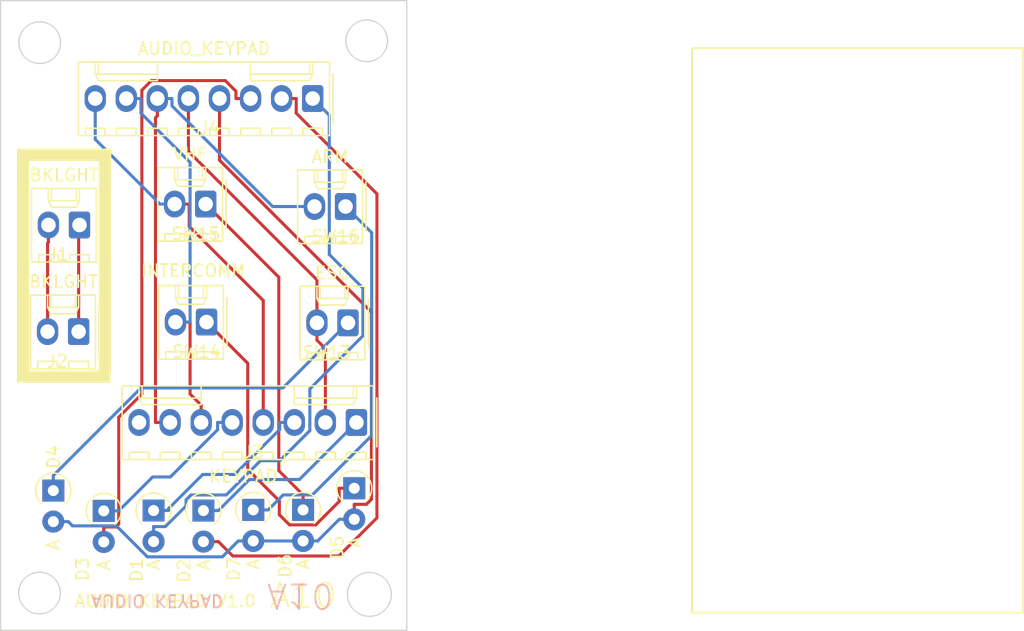
<source format=kicad_pcb>
(kicad_pcb (version 20221018) (generator pcbnew)
  (layers (0 "F.Cu" signal) (31 "B.Cu" signal) (34 "B.Paste" user) (35 "F.Paste" user) (36 "B.SilkS" user "B.Silkscreen") (37 "F.SilkS" user "F.Silkscreen") (38 "B.Mask" user) (39 "F.Mask" user) (44 "Edge.Cuts" user))
  (net 0 "")
  (net 1 "/COL0_POSTDIODE")
  (net 2 "/COL0")
  (net 3 "/COL1_POSTDIODE")
  (net 4 "/COL1")
  (net 5 "Net-(D4-K)")
  (net 6 "/COL2_POSTDIODE")
  (net 7 "/COL2")
  (net 8 "/COL3")
  (net 9 "/ROW0")
  (net 10 "/ROW1")
  (net 11 "/ROW2")
  (net 12 "/ROW3")
  (net 13 "Net-(D5-K)")
  (net 14 "Net-(D6-K)")
  (net 15 "Net-(D7-K)")
  (net 16 "Net-(J1-Pin_1)")
  (net 17 "Net-(J1-Pin_2)")
  (footprint "Connector_Molex:Molex_KK-254_AE-6410-02A_1x02_P2.54mm_Vertical" (layer "F.Cu") (at 126.16 85.45 180)
    (fp_text reference "SW13" (at 1.74 -2.43) (layer "F.SilkS"))
    (fp_text value "ESC" (at 1.27 4.08) (layer "F.SilkS"))
    (fp_line (start -1.67 -2) (end -1.67 2) (stroke (width 0.12)) (layer "F.SilkS"))
    (fp_line (start -1.38 -3.03) (end -1.38 2.99) (stroke (width 0.12)) (layer "F.SilkS"))
    (fp_line (start -1.38 2.99) (end 3.92 2.99) (stroke (width 0.12)) (layer "F.SilkS"))
    (fp_line (start -0.8 -3.03) (end -0.8 -2.43) (stroke (width 0.12)) (layer "F.SilkS"))
    (fp_line (start -0.8 -2.43) (end 0.8 -2.43) (stroke (width 0.12)) (layer "F.SilkS"))
    (fp_line (start 0 1.99) (end 0.25 1.46) (stroke (width 0.12)) (layer "F.SilkS"))
    (fp_line (start 0 1.99) (end 2.54 1.99) (stroke (width 0.12)) (layer "F.SilkS"))
    (fp_line (start 0 2.99) (end 0 1.99) (stroke (width 0.12)) (layer "F.SilkS"))
    (fp_line (start 0.25 1.46) (end 2.29 1.46) (stroke (width 0.12)) (layer "F.SilkS"))
    (fp_line (start 0.25 2.99) (end 0.25 1.99) (stroke (width 0.12)) (layer "F.SilkS"))
    (fp_line (start 0.8 -2.43) (end 0.8 -3.03) (stroke (width 0.12)) (layer "F.SilkS"))
    (fp_line (start 1.74 -3.03) (end 1.74 -2.43) (stroke (width 0.12)) (layer "F.SilkS"))
    (fp_line (start 1.74 -2.43) (end 3.34 -2.43) (stroke (width 0.12)) (layer "F.SilkS"))
    (fp_line (start 2.29 1.46) (end 2.54 1.99) (stroke (width 0.12)) (layer "F.SilkS"))
    (fp_line (start 2.29 2.99) (end 2.29 1.99) (stroke (width 0.12)) (layer "F.SilkS"))
    (fp_line (start 2.54 1.99) (end 2.54 2.99) (stroke (width 0.12)) (layer "F.SilkS"))
    (fp_line (start 3.34 -2.43) (end 3.34 -3.03) (stroke (width 0.12)) (layer "F.SilkS"))
    (fp_line (start 3.92 -3.03) (end -1.38 -3.03) (stroke (width 0.12)) (layer "F.SilkS"))
    (fp_line (start 3.92 2.99) (end 3.92 -3.03) (stroke (width 0.12)) (layer "F.SilkS"))
    (pad "1" thru_hole roundrect (at 0 0 180) (size 1.74 2.19) (drill 1.19) (layers "*.Cu" "*.Mask") (roundrect_rratio 0.1436781609) (net 5 "Net-(D4-K)"))
    (pad "2" thru_hole oval (at 2.54 0 180) (size 1.74 2.19) (drill 1.19) (layers "*.Cu" "*.Mask") (net 9 "/ROW0"))
  )
  (footprint "Diode_THT:D_A-405_P2.54mm_Vertical_AnodeUp" (layer "F.Cu") (at 122.485 100.75 -90)
    (fp_text reference "D6" (at 4.58 1.46 90) (layer "F.SilkS"))
    (fp_text value "D")
    (fp_text user "A" (at 4.44 0 90) (layer "F.SilkS"))
    (fp_arc (start 1.05385 0.968866) (mid -1.430816 -0.045469) (end 1.113239 -0.9) (stroke (width 0.12)) (layer "F.SilkS"))
    (pad "1" thru_hole rect (at 0 0 270) (size 1.8 1.8) (drill 0.9) (layers "*.Cu" "*.Mask") (net 14 "Net-(D6-K)"))
    (pad "2" thru_hole oval (at 2.54 0 270) (size 1.8 1.8) (drill 0.9) (layers "*.Cu" "*.Mask") (net 8 "/COL3"))
  )
  (footprint "Diode_THT:D_A-405_P2.54mm_Vertical_AnodeUp" (layer "F.Cu") (at 126.67 98.98 -90)
    (fp_text reference "D5" (at 4.85 1.39 90) (layer "F.SilkS"))
    (fp_text value "D")
    (fp_text user "A" (at 4.44 0 90) (layer "F.SilkS"))
    (fp_arc (start 1.05385 0.968866) (mid -1.430816 -0.045469) (end 1.113239 -0.9) (stroke (width 0.12)) (layer "F.SilkS"))
    (pad "1" thru_hole rect (at 0 0 270) (size 1.8 1.8) (drill 0.9) (layers "*.Cu" "*.Mask") (net 13 "Net-(D5-K)"))
    (pad "2" thru_hole oval (at 2.54 0 270) (size 1.8 1.8) (drill 0.9) (layers "*.Cu" "*.Mask") (net 8 "/COL3"))
  )
  (footprint "Connector_Molex:Molex_KK-254_AE-6410-02A_1x02_P2.54mm_Vertical" (layer "F.Cu") (at 114.59 85.39 180)
    (fp_text reference "SW14" (at 0.8 -2.43) (layer "F.SilkS"))
    (fp_text value "INTERCOMM" (at 1.1 4.2) (layer "F.SilkS"))
    (fp_line (start -1.67 -2) (end -1.67 2) (stroke (width 0.12)) (layer "F.SilkS"))
    (fp_line (start -1.38 -3.03) (end -1.38 2.99) (stroke (width 0.12)) (layer "F.SilkS"))
    (fp_line (start -1.38 2.99) (end 3.92 2.99) (stroke (width 0.12)) (layer "F.SilkS"))
    (fp_line (start -0.8 -3.03) (end -0.8 -2.43) (stroke (width 0.12)) (layer "F.SilkS"))
    (fp_line (start -0.8 -2.43) (end 0.8 -2.43) (stroke (width 0.12)) (layer "F.SilkS"))
    (fp_line (start 0 1.99) (end 0.25 1.46) (stroke (width 0.12)) (layer "F.SilkS"))
    (fp_line (start 0 1.99) (end 2.54 1.99) (stroke (width 0.12)) (layer "F.SilkS"))
    (fp_line (start 0 2.99) (end 0 1.99) (stroke (width 0.12)) (layer "F.SilkS"))
    (fp_line (start 0.25 1.46) (end 2.29 1.46) (stroke (width 0.12)) (layer "F.SilkS"))
    (fp_line (start 0.25 2.99) (end 0.25 1.99) (stroke (width 0.12)) (layer "F.SilkS"))
    (fp_line (start 0.8 -2.43) (end 0.8 -3.03) (stroke (width 0.12)) (layer "F.SilkS"))
    (fp_line (start 1.74 -3.03) (end 1.74 -2.43) (stroke (width 0.12)) (layer "F.SilkS"))
    (fp_line (start 1.74 -2.43) (end 3.34 -2.43) (stroke (width 0.12)) (layer "F.SilkS"))
    (fp_line (start 2.29 1.46) (end 2.54 1.99) (stroke (width 0.12)) (layer "F.SilkS"))
    (fp_line (start 2.29 2.99) (end 2.29 1.99) (stroke (width 0.12)) (layer "F.SilkS"))
    (fp_line (start 2.54 1.99) (end 2.54 2.99) (stroke (width 0.12)) (layer "F.SilkS"))
    (fp_line (start 3.34 -2.43) (end 3.34 -3.03) (stroke (width 0.12)) (layer "F.SilkS"))
    (fp_line (start 3.92 -3.03) (end -1.38 -3.03) (stroke (width 0.12)) (layer "F.SilkS"))
    (fp_line (start 3.92 2.99) (end 3.92 -3.03) (stroke (width 0.12)) (layer "F.SilkS"))
    (pad "1" thru_hole roundrect (at 0 0 180) (size 1.74 2.19) (drill 1.19) (layers "*.Cu" "*.Mask") (roundrect_rratio 0.1436781609) (net 13 "Net-(D5-K)"))
    (pad "2" thru_hole oval (at 2.54 0 180) (size 1.74 2.19) (drill 1.19) (layers "*.Cu" "*.Mask") (net 11 "/ROW2"))
  )
  (footprint "Diode_THT:D_A-405_P2.54mm_Vertical_AnodeUp" (layer "F.Cu") (at 102.06 99.17 -90)
    (fp_text reference "D4" (at -2.745 -0.02 90) (layer "F.SilkS"))
    (fp_text value "D")
    (fp_text user "A" (at 4.44 0 90) (layer "F.SilkS"))
    (fp_arc (start 1.05385 0.968866) (mid -1.430816 -0.045469) (end 1.113239 -0.9) (stroke (width 0.12)) (layer "F.SilkS"))
    (pad "1" thru_hole rect (at 0 0 270) (size 1.8 1.8) (drill 0.9) (layers "*.Cu" "*.Mask") (net 5 "Net-(D4-K)"))
    (pad "2" thru_hole oval (at 2.54 0 270) (size 1.8 1.8) (drill 0.9) (layers "*.Cu" "*.Mask") (net 8 "/COL3"))
  )
  (footprint "Connector_Molex:Molex_KK-254_AE-6410-02A_1x02_P2.54mm_Vertical" (layer "F.Cu") (at 104.13 86.17 180)
    (fp_text reference "J2" (at 1.74 -2.43) (layer "F.SilkS"))
    (fp_text value "BKLGHT" (at 1.27 4.08) (layer "F.SilkS"))
    (fp_line (start -1.67 -2) (end -1.67 2) (stroke (width 0.12)) (layer "F.SilkS"))
    (fp_line (start -1.38 -3.03) (end -1.38 2.99) (stroke (width 0.12)) (layer "F.SilkS"))
    (fp_line (start -1.38 2.99) (end 3.92 2.99) (stroke (width 0.12)) (layer "F.SilkS"))
    (fp_line (start -0.8 -3.03) (end -0.8 -2.43) (stroke (width 0.12)) (layer "F.SilkS"))
    (fp_line (start -0.8 -2.43) (end 0.8 -2.43) (stroke (width 0.12)) (layer "F.SilkS"))
    (fp_line (start 0 1.99) (end 0.25 1.46) (stroke (width 0.12)) (layer "F.SilkS"))
    (fp_line (start 0 1.99) (end 2.54 1.99) (stroke (width 0.12)) (layer "F.SilkS"))
    (fp_line (start 0 2.99) (end 0 1.99) (stroke (width 0.12)) (layer "F.SilkS"))
    (fp_line (start 0.25 1.46) (end 2.29 1.46) (stroke (width 0.12)) (layer "F.SilkS"))
    (fp_line (start 0.25 2.99) (end 0.25 1.99) (stroke (width 0.12)) (layer "F.SilkS"))
    (fp_line (start 0.8 -2.43) (end 0.8 -3.03) (stroke (width 0.12)) (layer "F.SilkS"))
    (fp_line (start 1.74 -3.03) (end 1.74 -2.43) (stroke (width 0.12)) (layer "F.SilkS"))
    (fp_line (start 1.74 -2.43) (end 3.34 -2.43) (stroke (width 0.12)) (layer "F.SilkS"))
    (fp_line (start 2.29 1.46) (end 2.54 1.99) (stroke (width 0.12)) (layer "F.SilkS"))
    (fp_line (start 2.29 2.99) (end 2.29 1.99) (stroke (width 0.12)) (layer "F.SilkS"))
    (fp_line (start 2.54 1.99) (end 2.54 2.99) (stroke (width 0.12)) (layer "F.SilkS"))
    (fp_line (start 3.34 -2.43) (end 3.34 -3.03) (stroke (width 0.12)) (layer "F.SilkS"))
    (fp_line (start 3.92 -3.03) (end -1.38 -3.03) (stroke (width 0.12)) (layer "F.SilkS"))
    (fp_line (start 3.92 2.99) (end 3.92 -3.03) (stroke (width 0.12)) (layer "F.SilkS"))
    (pad "1" thru_hole roundrect (at 0 0 180) (size 1.74 2.19) (drill 1.19) (layers "*.Cu" "*.Mask") (roundrect_rratio 0.1436781609) (net 16 "Net-(J1-Pin_1)"))
    (pad "2" thru_hole oval (at 2.54 0 180) (size 1.74 2.19) (drill 1.19) (layers "*.Cu" "*.Mask") (net 17 "Net-(J1-Pin_2)"))
  )
  (footprint "Connector_Molex:Molex_KK-254_AE-6410-02A_1x02_P2.54mm_Vertical" (layer "F.Cu") (at 125.96 75.94 180)
    (fp_text reference "SW16" (at 0.8 -2.43) (layer "F.SilkS"))
    (fp_text value "ARM" (at 1.27 4.08) (layer "F.SilkS"))
    (fp_line (start -1.67 -2) (end -1.67 2) (stroke (width 0.12)) (layer "F.SilkS"))
    (fp_line (start -1.38 -3.03) (end -1.38 2.99) (stroke (width 0.12)) (layer "F.SilkS"))
    (fp_line (start -1.38 2.99) (end 3.92 2.99) (stroke (width 0.12)) (layer "F.SilkS"))
    (fp_line (start -0.8 -3.03) (end -0.8 -2.43) (stroke (width 0.12)) (layer "F.SilkS"))
    (fp_line (start -0.8 -2.43) (end 0.8 -2.43) (stroke (width 0.12)) (layer "F.SilkS"))
    (fp_line (start 0 1.99) (end 0.25 1.46) (stroke (width 0.12)) (layer "F.SilkS"))
    (fp_line (start 0 1.99) (end 2.54 1.99) (stroke (width 0.12)) (layer "F.SilkS"))
    (fp_line (start 0 2.99) (end 0 1.99) (stroke (width 0.12)) (layer "F.SilkS"))
    (fp_line (start 0.25 1.46) (end 2.29 1.46) (stroke (width 0.12)) (layer "F.SilkS"))
    (fp_line (start 0.25 2.99) (end 0.25 1.99) (stroke (width 0.12)) (layer "F.SilkS"))
    (fp_line (start 0.8 -2.43) (end 0.8 -3.03) (stroke (width 0.12)) (layer "F.SilkS"))
    (fp_line (start 1.74 -3.03) (end 1.74 -2.43) (stroke (width 0.12)) (layer "F.SilkS"))
    (fp_line (start 1.74 -2.43) (end 3.34 -2.43) (stroke (width 0.12)) (layer "F.SilkS"))
    (fp_line (start 2.29 1.46) (end 2.54 1.99) (stroke (width 0.12)) (layer "F.SilkS"))
    (fp_line (start 2.29 2.99) (end 2.29 1.99) (stroke (width 0.12)) (layer "F.SilkS"))
    (fp_line (start 2.54 1.99) (end 2.54 2.99) (stroke (width 0.12)) (layer "F.SilkS"))
    (fp_line (start 3.34 -2.43) (end 3.34 -3.03) (stroke (width 0.12)) (layer "F.SilkS"))
    (fp_line (start 3.92 -3.03) (end -1.38 -3.03) (stroke (width 0.12)) (layer "F.SilkS"))
    (fp_line (start 3.92 2.99) (end 3.92 -3.03) (stroke (width 0.12)) (layer "F.SilkS"))
    (pad "1" thru_hole roundrect (at 0 0 180) (size 1.74 2.19) (drill 1.19) (layers "*.Cu" "*.Mask") (roundrect_rratio 0.1436781609) (net 15 "Net-(D7-K)"))
    (pad "2" thru_hole oval (at 2.54 0 180) (size 1.74 2.19) (drill 1.19) (layers "*.Cu" "*.Mask") (net 10 "/ROW1"))
  )
  (footprint "Connector_Molex:Molex_KK-254_AE-6410-08A_1x08_P2.54mm_Vertical" (layer "F.Cu") (at 126.85 93.6 180)
    (fp_text reference "J3" (at 8.42 -2.43 180) (layer "F.SilkS"))
    (fp_text value "KEYPAD" (at 9.26 -4.41 180) (layer "F.SilkS"))
    (fp_line (start -1.67 -2) (end -1.67 2) (stroke (width 0.12)) (layer "F.SilkS"))
    (fp_line (start -1.38 -3.03) (end -1.38 2.99) (stroke (width 0.12)) (layer "F.SilkS"))
    (fp_line (start -1.38 2.99) (end 19.16 2.99) (stroke (width 0.12)) (layer "F.SilkS"))
    (fp_line (start -0.8 -3.03) (end -0.8 -2.43) (stroke (width 0.12)) (layer "F.SilkS"))
    (fp_line (start -0.8 -2.43) (end 0.8 -2.43) (stroke (width 0.12)) (layer "F.SilkS"))
    (fp_line (start 0 1.99) (end 0.25 1.46) (stroke (width 0.12)) (layer "F.SilkS"))
    (fp_line (start 0 1.99) (end 5.08 1.99) (stroke (width 0.12)) (layer "F.SilkS"))
    (fp_line (start 0 2.99) (end 0 1.99) (stroke (width 0.12)) (layer "F.SilkS"))
    (fp_line (start 0.25 1.46) (end 5.08 1.46) (stroke (width 0.12)) (layer "F.SilkS"))
    (fp_line (start 0.25 2.99) (end 0.25 1.99) (stroke (width 0.12)) (layer "F.SilkS"))
    (fp_line (start 0.8 -2.43) (end 0.8 -3.03) (stroke (width 0.12)) (layer "F.SilkS"))
    (fp_line (start 1.74 -3.03) (end 1.74 -2.43) (stroke (width 0.12)) (layer "F.SilkS"))
    (fp_line (start 1.74 -2.43) (end 3.34 -2.43) (stroke (width 0.12)) (layer "F.SilkS"))
    (fp_line (start 3.34 -2.43) (end 3.34 -3.03) (stroke (width 0.12)) (layer "F.SilkS"))
    (fp_line (start 4.28 -3.03) (end 4.28 -2.43) (stroke (width 0.12)) (layer "F.SilkS"))
    (fp_line (start 4.28 -2.43) (end 5.88 -2.43) (stroke (width 0.12)) (layer "F.SilkS"))
    (fp_line (start 5.08 1.46) (end 5.08 1.99) (stroke (width 0.12)) (layer "F.SilkS"))
    (fp_line (start 5.08 1.99) (end 5.08 2.99) (stroke (width 0.12)) (layer "F.SilkS"))
    (fp_line (start 5.88 -2.43) (end 5.88 -3.03) (stroke (width 0.12)) (layer "F.SilkS"))
    (fp_line (start 6.82 -3.03) (end 6.82 -2.43) (stroke (width 0.12)) (layer "F.SilkS"))
    (fp_line (start 6.82 -2.43) (end 8.42 -2.43) (stroke (width 0.12)) (layer "F.SilkS"))
    (fp_line (start 8.42 -2.43) (end 8.42 -3.03) (stroke (width 0.12)) (layer "F.SilkS"))
    (fp_line (start 9.36 -3.03) (end 9.36 -2.43) (stroke (width 0.12)) (layer "F.SilkS"))
    (fp_line (start 9.36 -2.43) (end 10.96 -2.43) (stroke (width 0.12)) (layer "F.SilkS"))
    (fp_line (start 10.96 -2.43) (end 10.96 -3.03) (stroke (width 0.12)) (layer "F.SilkS"))
    (fp_line (start 11.9 -3.03) (end 11.9 -2.43) (stroke (width 0.12)) (layer "F.SilkS"))
    (fp_line (start 11.9 -2.43) (end 13.5 -2.43) (stroke (width 0.12)) (layer "F.SilkS"))
    (fp_line (start 12.7 1.46) (end 12.7 1.99) (stroke (width 0.12)) (layer "F.SilkS"))
    (fp_line (start 12.7 1.99) (end 12.7 2.99) (stroke (width 0.12)) (layer "F.SilkS"))
    (fp_line (start 13.5 -2.43) (end 13.5 -3.03) (stroke (width 0.12)) (layer "F.SilkS"))
    (fp_line (start 14.44 -3.03) (end 14.44 -2.43) (stroke (width 0.12)) (layer "F.SilkS"))
    (fp_line (start 14.44 -2.43) (end 16.04 -2.43) (stroke (width 0.12)) (layer "F.SilkS"))
    (fp_line (start 16.04 -2.43) (end 16.04 -3.03) (stroke (width 0.12)) (layer "F.SilkS"))
    (fp_line (start 16.98 -3.03) (end 16.98 -2.43) (stroke (width 0.12)) (layer "F.SilkS"))
    (fp_line (start 16.98 -2.43) (end 18.58 -2.43) (stroke (width 0.12)) (layer "F.SilkS"))
    (fp_line (start 17.53 1.46) (end 12.7 1.46) (stroke (width 0.12)) (layer "F.SilkS"))
    (fp_line (start 17.53 2.99) (end 17.53 1.99) (stroke (width 0.12)) (layer "F.SilkS"))
    (fp_line (start 17.78 1.99) (end 12.7 1.99) (stroke (width 0.12)) (layer "F.SilkS"))
    (fp_line (start 17.78 1.99) (end 17.53 1.46) (stroke (width 0.12)) (layer "F.SilkS"))
    (fp_line (start 17.78 2.99) (end 17.78 1.99) (stroke (width 0.12)) (layer "F.SilkS"))
    (fp_line (start 18.58 -2.43) (end 18.58 -3.03) (stroke (width 0.12)) (layer "F.SilkS"))
    (fp_line (start 19.16 -3.03) (end -1.38 -3.03) (stroke (width 0.12)) (layer "F.SilkS"))
    (fp_line (start 19.16 2.99) (end 19.16 -3.03) (stroke (width 0.12)) (layer "F.SilkS"))
    (pad "1" thru_hole roundrect (at 0 0 180) (size 1.74 2.19) (drill 1.19) (layers "*.Cu" "*.Mask") (roundrect_rratio 0.1436781609) (net 3 "/COL1_POSTDIODE"))
    (pad "2" thru_hole oval (at 2.54 0 180) (size 1.74 2.19) (drill 1.19) (layers "*.Cu" "*.Mask") (net 9 "/ROW0"))
    (pad "3" thru_hole oval (at 5.08 0 180) (size 1.74 2.19) (drill 1.19) (layers "*.Cu" "*.Mask") (net 1 "/COL0_POSTDIODE"))
    (pad "4" thru_hole oval (at 7.62 0 180) (size 1.74 2.19) (drill 1.19) (layers "*.Cu" "*.Mask") (net 12 "/ROW3"))
    (pad "5" thru_hole oval (at 10.16 0 180) (size 1.74 2.19) (drill 1.19) (layers "*.Cu" "*.Mask") (net 6 "/COL2_POSTDIODE"))
    (pad "6" thru_hole oval (at 12.7 0 180) (size 1.74 2.19) (drill 1.19) (layers "*.Cu" "*.Mask") (net 11 "/ROW2"))
    (pad "7" thru_hole oval (at 15.24 0 180) (size 1.74 2.19) (drill 1.19) (layers "*.Cu" "*.Mask") (net 10 "/ROW1"))
    (pad "8" thru_hole oval (at 17.78 0 180) (size 1.74 2.19) (drill 1.19) (layers "*.Cu" "*.Mask"))
  )
  (footprint "Diode_THT:D_A-405_P2.54mm_Vertical_AnodeUp" (layer "F.Cu") (at 114.335 100.805 -90)
    (fp_text reference "D2" (at 4.925 1.59 90) (layer "F.SilkS"))
    (fp_text value "D")
    (fp_text user "A" (at 4.44 0 90) (layer "F.SilkS"))
    (fp_arc (start 1.05385 0.968866) (mid -1.430816 -0.045469) (end 1.113239 -0.9) (stroke (width 0.12)) (layer "F.SilkS"))
    (pad "1" thru_hole rect (at 0 0 270) (size 1.8 1.8) (drill 0.9) (layers "*.Cu" "*.Mask") (net 3 "/COL1_POSTDIODE"))
    (pad "2" thru_hole oval (at 2.54 0 270) (size 1.8 1.8) (drill 0.9) (layers "*.Cu" "*.Mask") (net 4 "/COL1"))
  )
  (footprint "Connector_Molex:Molex_KK-254_AE-6410-02A_1x02_P2.54mm_Vertical" (layer "F.Cu") (at 114.52 75.74 180)
    (fp_text reference "SW15" (at 0.8 -2.43) (layer "F.SilkS"))
    (fp_text value "VHF" (at 1.27 4.08) (layer "F.SilkS"))
    (fp_line (start -1.67 -2) (end -1.67 2) (stroke (width 0.12)) (layer "F.SilkS"))
    (fp_line (start -1.38 -3.03) (end -1.38 2.99) (stroke (width 0.12)) (layer "F.SilkS"))
    (fp_line (start -1.38 2.99) (end 3.92 2.99) (stroke (width 0.12)) (layer "F.SilkS"))
    (fp_line (start -0.8 -3.03) (end -0.8 -2.43) (stroke (width 0.12)) (layer "F.SilkS"))
    (fp_line (start -0.8 -2.43) (end 0.8 -2.43) (stroke (width 0.12)) (layer "F.SilkS"))
    (fp_line (start 0 1.99) (end 0.25 1.46) (stroke (width 0.12)) (layer "F.SilkS"))
    (fp_line (start 0 1.99) (end 2.54 1.99) (stroke (width 0.12)) (layer "F.SilkS"))
    (fp_line (start 0 2.99) (end 0 1.99) (stroke (width 0.12)) (layer "F.SilkS"))
    (fp_line (start 0.25 1.46) (end 2.29 1.46) (stroke (width 0.12)) (layer "F.SilkS"))
    (fp_line (start 0.25 2.99) (end 0.25 1.99) (stroke (width 0.12)) (layer "F.SilkS"))
    (fp_line (start 0.8 -2.43) (end 0.8 -3.03) (stroke (width 0.12)) (layer "F.SilkS"))
    (fp_line (start 1.74 -3.03) (end 1.74 -2.43) (stroke (width 0.12)) (layer "F.SilkS"))
    (fp_line (start 1.74 -2.43) (end 3.34 -2.43) (stroke (width 0.12)) (layer "F.SilkS"))
    (fp_line (start 2.29 1.46) (end 2.54 1.99) (stroke (width 0.12)) (layer "F.SilkS"))
    (fp_line (start 2.29 2.99) (end 2.29 1.99) (stroke (width 0.12)) (layer "F.SilkS"))
    (fp_line (start 2.54 1.99) (end 2.54 2.99) (stroke (width 0.12)) (layer "F.SilkS"))
    (fp_line (start 3.34 -2.43) (end 3.34 -3.03) (stroke (width 0.12)) (layer "F.SilkS"))
    (fp_line (start 3.92 -3.03) (end -1.38 -3.03) (stroke (width 0.12)) (layer "F.SilkS"))
    (fp_line (start 3.92 2.99) (end 3.92 -3.03) (stroke (width 0.12)) (layer "F.SilkS"))
    (pad "1" thru_hole roundrect (at 0 0 180) (size 1.74 2.19) (drill 1.19) (layers "*.Cu" "*.Mask") (roundrect_rratio 0.1436781609) (net 14 "Net-(D6-K)"))
    (pad "2" thru_hole oval (at 2.54 0 180) (size 1.74 2.19) (drill 1.19) (layers "*.Cu" "*.Mask") (net 12 "/ROW3"))
  )
  (footprint "Connector_Molex:Molex_KK-254_AE-6410-08A_1x08_P2.54mm_Vertical" (layer "F.Cu") (at 123.27 67.11 180)
    (fp_text reference "J4" (at 8.42 -2.43) (layer "F.SilkS"))
    (fp_text value "AUDIO_KEYPAD" (at 8.89 4.08) (layer "F.SilkS"))
    (fp_line (start -1.67 -2) (end -1.67 2) (stroke (width 0.12)) (layer "F.SilkS"))
    (fp_line (start -1.38 -3.03) (end -1.38 2.99) (stroke (width 0.12)) (layer "F.SilkS"))
    (fp_line (start -1.38 2.99) (end 19.16 2.99) (stroke (width 0.12)) (layer "F.SilkS"))
    (fp_line (start -0.8 -3.03) (end -0.8 -2.43) (stroke (width 0.12)) (layer "F.SilkS"))
    (fp_line (start -0.8 -2.43) (end 0.8 -2.43) (stroke (width 0.12)) (layer "F.SilkS"))
    (fp_line (start 0 1.99) (end 0.25 1.46) (stroke (width 0.12)) (layer "F.SilkS"))
    (fp_line (start 0 1.99) (end 5.08 1.99) (stroke (width 0.12)) (layer "F.SilkS"))
    (fp_line (start 0 2.99) (end 0 1.99) (stroke (width 0.12)) (layer "F.SilkS"))
    (fp_line (start 0.25 1.46) (end 5.08 1.46) (stroke (width 0.12)) (layer "F.SilkS"))
    (fp_line (start 0.25 2.99) (end 0.25 1.99) (stroke (width 0.12)) (layer "F.SilkS"))
    (fp_line (start 0.8 -2.43) (end 0.8 -3.03) (stroke (width 0.12)) (layer "F.SilkS"))
    (fp_line (start 1.74 -3.03) (end 1.74 -2.43) (stroke (width 0.12)) (layer "F.SilkS"))
    (fp_line (start 1.74 -2.43) (end 3.34 -2.43) (stroke (width 0.12)) (layer "F.SilkS"))
    (fp_line (start 3.34 -2.43) (end 3.34 -3.03) (stroke (width 0.12)) (layer "F.SilkS"))
    (fp_line (start 4.28 -3.03) (end 4.28 -2.43) (stroke (width 0.12)) (layer "F.SilkS"))
    (fp_line (start 4.28 -2.43) (end 5.88 -2.43) (stroke (width 0.12)) (layer "F.SilkS"))
    (fp_line (start 5.08 1.46) (end 5.08 1.99) (stroke (width 0.12)) (layer "F.SilkS"))
    (fp_line (start 5.08 1.99) (end 5.08 2.99) (stroke (width 0.12)) (layer "F.SilkS"))
    (fp_line (start 5.88 -2.43) (end 5.88 -3.03) (stroke (width 0.12)) (layer "F.SilkS"))
    (fp_line (start 6.82 -3.03) (end 6.82 -2.43) (stroke (width 0.12)) (layer "F.SilkS"))
    (fp_line (start 6.82 -2.43) (end 8.42 -2.43) (stroke (width 0.12)) (layer "F.SilkS"))
    (fp_line (start 8.42 -2.43) (end 8.42 -3.03) (stroke (width 0.12)) (layer "F.SilkS"))
    (fp_line (start 9.36 -3.03) (end 9.36 -2.43) (stroke (width 0.12)) (layer "F.SilkS"))
    (fp_line (start 9.36 -2.43) (end 10.96 -2.43) (stroke (width 0.12)) (layer "F.SilkS"))
    (fp_line (start 10.96 -2.43) (end 10.96 -3.03) (stroke (width 0.12)) (layer "F.SilkS"))
    (fp_line (start 11.9 -3.03) (end 11.9 -2.43) (stroke (width 0.12)) (layer "F.SilkS"))
    (fp_line (start 11.9 -2.43) (end 13.5 -2.43) (stroke (width 0.12)) (layer "F.SilkS"))
    (fp_line (start 12.7 1.46) (end 12.7 1.99) (stroke (width 0.12)) (layer "F.SilkS"))
    (fp_line (start 12.7 1.99) (end 12.7 2.99) (stroke (width 0.12)) (layer "F.SilkS"))
    (fp_line (start 13.5 -2.43) (end 13.5 -3.03) (stroke (width 0.12)) (layer "F.SilkS"))
    (fp_line (start 14.44 -3.03) (end 14.44 -2.43) (stroke (width 0.12)) (layer "F.SilkS"))
    (fp_line (start 14.44 -2.43) (end 16.04 -2.43) (stroke (width 0.12)) (layer "F.SilkS"))
    (fp_line (start 16.04 -2.43) (end 16.04 -3.03) (stroke (width 0.12)) (layer "F.SilkS"))
    (fp_line (start 16.98 -3.03) (end 16.98 -2.43) (stroke (width 0.12)) (layer "F.SilkS"))
    (fp_line (start 16.98 -2.43) (end 18.58 -2.43) (stroke (width 0.12)) (layer "F.SilkS"))
    (fp_line (start 17.53 1.46) (end 12.7 1.46) (stroke (width 0.12)) (layer "F.SilkS"))
    (fp_line (start 17.53 2.99) (end 17.53 1.99) (stroke (width 0.12)) (layer "F.SilkS"))
    (fp_line (start 17.78 1.99) (end 12.7 1.99) (stroke (width 0.12)) (layer "F.SilkS"))
    (fp_line (start 17.78 1.99) (end 17.53 1.46) (stroke (width 0.12)) (layer "F.SilkS"))
    (fp_line (start 17.78 2.99) (end 17.78 1.99) (stroke (width 0.12)) (layer "F.SilkS"))
    (fp_line (start 18.58 -2.43) (end 18.58 -3.03) (stroke (width 0.12)) (layer "F.SilkS"))
    (fp_line (start 19.16 -3.03) (end -1.38 -3.03) (stroke (width 0.12)) (layer "F.SilkS"))
    (fp_line (start 19.16 2.99) (end 19.16 -3.03) (stroke (width 0.12)) (layer "F.SilkS"))
    (pad "1" thru_hole roundrect (at 0 0 180) (size 1.74 2.19) (drill 1.19) (layers "*.Cu" "*.Mask") (roundrect_rratio 0.1436781609) (net 2 "/COL0"))
    (pad "2" thru_hole oval (at 2.54 0 180) (size 1.74 2.19) (drill 1.19) (layers "*.Cu" "*.Mask") (net 4 "/COL1"))
    (pad "3" thru_hole oval (at 5.08 0 180) (size 1.74 2.19) (drill 1.19) (layers "*.Cu" "*.Mask") (net 7 "/COL2"))
    (pad "4" thru_hole oval (at 7.62 0 180) (size 1.74 2.19) (drill 1.19) (layers "*.Cu" "*.Mask") (net 8 "/COL3"))
    (pad "5" thru_hole oval (at 10.16 0 180) (size 1.74 2.19) (drill 1.19) (layers "*.Cu" "*.Mask") (net 9 "/ROW0"))
    (pad "6" thru_hole oval (at 12.7 0 180) (size 1.74 2.19) (drill 1.19) (layers "*.Cu" "*.Mask") (net 10 "/ROW1"))
    (pad "7" thru_hole oval (at 15.24 0 180) (size 1.74 2.19) (drill 1.19) (layers "*.Cu" "*.Mask") (net 11 "/ROW2"))
    (pad "8" thru_hole oval (at 17.78 0 180) (size 1.74 2.19) (drill 1.19) (layers "*.Cu" "*.Mask") (net 12 "/ROW3"))
  )
  (footprint "Connector_Molex:Molex_KK-254_AE-6410-02A_1x02_P2.54mm_Vertical" (layer "F.Cu") (at 104.2 77.45 180)
    (fp_text reference "J1" (at 1.74 -2.43) (layer "F.SilkS"))
    (fp_text value "BKLGHT" (at 1.27 4.08) (layer "F.SilkS"))
    (fp_line (start -1.67 -2) (end -1.67 2) (stroke (width 0.12)) (layer "F.SilkS"))
    (fp_line (start -1.38 -3.03) (end -1.38 2.99) (stroke (width 0.12)) (layer "F.SilkS"))
    (fp_line (start -1.38 2.99) (end 3.92 2.99) (stroke (width 0.12)) (layer "F.SilkS"))
    (fp_line (start -0.8 -3.03) (end -0.8 -2.43) (stroke (width 0.12)) (layer "F.SilkS"))
    (fp_line (start -0.8 -2.43) (end 0.8 -2.43) (stroke (width 0.12)) (layer "F.SilkS"))
    (fp_line (start 0 1.99) (end 0.25 1.46) (stroke (width 0.12)) (layer "F.SilkS"))
    (fp_line (start 0 1.99) (end 2.54 1.99) (stroke (width 0.12)) (layer "F.SilkS"))
    (fp_line (start 0 2.99) (end 0 1.99) (stroke (width 0.12)) (layer "F.SilkS"))
    (fp_line (start 0.25 1.46) (end 2.29 1.46) (stroke (width 0.12)) (layer "F.SilkS"))
    (fp_line (start 0.25 2.99) (end 0.25 1.99) (stroke (width 0.12)) (layer "F.SilkS"))
    (fp_line (start 0.8 -2.43) (end 0.8 -3.03) (stroke (width 0.12)) (layer "F.SilkS"))
    (fp_line (start 1.74 -3.03) (end 1.74 -2.43) (stroke (width 0.12)) (layer "F.SilkS"))
    (fp_line (start 1.74 -2.43) (end 3.34 -2.43) (stroke (width 0.12)) (layer "F.SilkS"))
    (fp_line (start 2.29 1.46) (end 2.54 1.99) (stroke (width 0.12)) (layer "F.SilkS"))
    (fp_line (start 2.29 2.99) (end 2.29 1.99) (stroke (width 0.12)) (layer "F.SilkS"))
    (fp_line (start 2.54 1.99) (end 2.54 2.99) (stroke (width 0.12)) (layer "F.SilkS"))
    (fp_line (start 3.34 -2.43) (end 3.34 -3.03) (stroke (width 0.12)) (layer "F.SilkS"))
    (fp_line (start 3.92 -3.03) (end -1.38 -3.03) (stroke (width 0.12)) (layer "F.SilkS"))
    (fp_line (start 3.92 2.99) (end 3.92 -3.03) (stroke (width 0.12)) (layer "F.SilkS"))
    (pad "1" thru_hole roundrect (at 0 0 180) (size 1.74 2.19) (drill 1.19) (layers "*.Cu" "*.Mask") (roundrect_rratio 0.1436781609) (net 16 "Net-(J1-Pin_1)"))
    (pad "2" thru_hole oval (at 2.54 0 180) (size 1.74 2.19) (drill 1.19) (layers "*.Cu" "*.Mask") (net 17 "Net-(J1-Pin_2)"))
  )
  (footprint "Diode_THT:D_A-405_P2.54mm_Vertical_AnodeUp" (layer "F.Cu") (at 110.26 100.8 -90)
    (fp_text reference "D1" (at 4.87 1.39 90) (layer "F.SilkS"))
    (fp_text value "D")
    (fp_text user "A" (at 4.44 0 90) (layer "F.SilkS"))
    (fp_arc (start 1.05385 0.968866) (mid -1.430816 -0.045469) (end 1.113239 -0.9) (stroke (width 0.12)) (layer "F.SilkS"))
    (pad "1" thru_hole rect (at 0 0 270) (size 1.8 1.8) (drill 0.9) (layers "*.Cu" "*.Mask") (net 1 "/COL0_POSTDIODE"))
    (pad "2" thru_hole oval (at 2.54 0 270) (size 1.8 1.8) (drill 0.9) (layers "*.Cu" "*.Mask") (net 2 "/COL0"))
  )
  (footprint "Diode_THT:D_A-405_P2.54mm_Vertical_AnodeUp" (layer "F.Cu") (at 118.41 100.75 -90)
    (fp_text reference "D7" (at 4.85 1.59 90) (layer "F.SilkS"))
    (fp_text value "D")
    (fp_text user "A" (at 4.44 0 90) (layer "F.SilkS"))
    (fp_arc (start 1.05385 0.968866) (mid -1.430816 -0.045469) (end 1.113239 -0.9) (stroke (width 0.12)) (layer "F.SilkS"))
    (pad "1" thru_hole rect (at 0 0 270) (size 1.8 1.8) (drill 0.9) (layers "*.Cu" "*.Mask") (net 15 "Net-(D7-K)"))
    (pad "2" thru_hole oval (at 2.54 0 270) (size 1.8 1.8) (drill 0.9) (layers "*.Cu" "*.Mask") (net 8 "/COL3"))
  )
  (footprint "Diode_THT:D_A-405_P2.54mm_Vertical_AnodeUp" (layer "F.Cu") (at 106.185 100.83 -90)
    (fp_text reference "D3" (at 4.77 1.73 90) (layer "F.SilkS"))
    (fp_text value "D")
    (fp_text user "A" (at 4.44 0 90) (layer "F.SilkS"))
    (fp_arc (start 1.05385 0.968866) (mid -1.430816 -0.045469) (end 1.113239 -0.9) (stroke (width 0.12)) (layer "F.SilkS"))
    (pad "1" thru_hole rect (at 0 0 270) (size 1.8 1.8) (drill 0.9) (layers "*.Cu" "*.Mask") (net 6 "/COL2_POSTDIODE"))
    (pad "2" thru_hole oval (at 2.54 0 270) (size 1.8 1.8) (drill 0.9) (layers "*.Cu" "*.Mask") (net 7 "/COL2"))
  )
  (gr_rect (start 99.16 90.2677) (end 100.02 71.2823) (stroke (width 0.15)) (fill solid) (layer "F.SilkS"))
  (gr_rect (start 105.84 89.44) (end 106.7 72.1046) (stroke (width 0.15)) (fill solid) (layer "F.SilkS"))
  (gr_rect (start 99.68 72.13) (end 106.73 71.27) (stroke (width 0.15)) (fill solid) (layer "F.SilkS"))
  (gr_rect (start 99.68 90.28) (end 106.67 89.42) (stroke (width 0.15)) (fill solid) (layer "F.SilkS"))
  (gr_rect (start 154.3 62.99) (end 181.37 109.15) (stroke (width 0.15)) (fill none) (layer "F.SilkS"))
  (gr_circle locked (center 127.69 62.39) (end 128.452 60.866) (stroke (width 0.1)) (fill none) (layer "Edge.Cuts"))
  (gr_rect (start 97.75 59.1) (end 130.96 110.6) (stroke (width 0.1)) (fill none) (layer "Edge.Cuts"))
  (gr_circle locked (center 100.95 62.54) (end 101.712 61.016) (stroke (width 0.1)) (fill none) (layer "Edge.Cuts"))
  (gr_circle locked (center 100.93 107.55) (end 101.692 106.026) (stroke (width 0.1)) (fill none) (layer "Edge.Cuts"))
  (gr_circle locked (center 127.91 107.66) (end 128.164 105.882) (stroke (width 0.1)) (fill none) (layer "Edge.Cuts"))
  (gr_text "AUDIO KEYPAD" (at 105.05 107.59 180) (layer "B.SilkS") (effects (font (size 1 1)) (justify left bottom mirror)))
  (gr_text "A10" (at 119.39 106.6 180) (layer "B.SilkS") (effects (font (size 2 2)) (justify left bottom mirror)))
  (gr_text "A10" (at 119.66 108.92) (layer "F.SilkS") (effects (font (size 2 2)) (justify left bottom)))
  (gr_text "AUDIO KEYPAD V1.0" (at 103.72 108.79) (layer "F.SilkS") (effects (font (size 1 1)) (justify left bottom)))
  (segment (start 116.8961 97.8516) (end 114.2805 97.8516) (width 0.25) (layer "B.Cu") (net 1))
  (segment (start 121.77 93.6) (end 120.5747 93.6) (width 0.25) (layer "B.Cu") (net 1))
  (segment (start 114.2805 97.8516) (end 111.4853 100.6468) (width 0.25) (layer "B.Cu") (net 1))
  (segment (start 111.4853 100.6468) (end 111.4853 100.8) (width 0.25) (layer "B.Cu") (net 1))
  (segment (start 120.5747 94.173) (end 116.8961 97.8516) (width 0.25) (layer "B.Cu") (net 1))
  (segment (start 110.26 100.8) (end 111.4853 100.8) (width 0.25) (layer "B.Cu") (net 1))
  (segment (start 120.5747 93.6) (end 120.5747 94.173) (width 0.25) (layer "B.Cu") (net 1))
  (segment (start 119.0019 96.7265) (end 116.1986 99.5298) (width 0.25) (layer "B.Cu") (net 2))
  (segment (start 127.3765 86.5188) (end 123.04 90.8553) (width 0.25) (layer "B.Cu") (net 2))
  (segment (start 120.5789 96.7265) (end 119.0019 96.7265) (width 0.25) (layer "B.Cu") (net 2))
  (segment (start 110.26 103.34) (end 110.26 102.1147) (width 0.25) (layer "B.Cu") (net 2))
  (segment (start 112.9148 99.9276) (end 112.9148 100.4248) (width 0.25) (layer "B.Cu") (net 2))
  (segment (start 127.3765 82.6096) (end 127.3765 86.5188) (width 0.25) (layer "B.Cu") (net 2))
  (segment (start 124.6318 79.8649) (end 127.3765 82.6096) (width 0.25) (layer "B.Cu") (net 2))
  (segment (start 111.2249 102.1147) (end 110.26 102.1147) (width 0.25) (layer "B.Cu") (net 2))
  (segment (start 123.27 67.11) (end 124.6318 68.4718) (width 0.25) (layer "B.Cu") (net 2))
  (segment (start 124.6318 68.4718) (end 124.6318 79.8649) (width 0.25) (layer "B.Cu") (net 2))
  (segment (start 123.04 94.2654) (end 120.5789 96.7265) (width 0.25) (layer "B.Cu") (net 2))
  (segment (start 123.04 90.8553) (end 123.04 94.2654) (width 0.25) (layer "B.Cu") (net 2))
  (segment (start 112.9148 100.4248) (end 111.2249 102.1147) (width 0.25) (layer "B.Cu") (net 2))
  (segment (start 113.3126 99.5298) (end 112.9148 99.9276) (width 0.25) (layer "B.Cu") (net 2))
  (segment (start 116.1986 99.5298) (end 113.3126 99.5298) (width 0.25) (layer "B.Cu") (net 2))
  (segment (start 114.335 100.805) (end 115.5603 100.805) (width 0.25) (layer "B.Cu") (net 3))
  (segment (start 126.85 93.6) (end 122.185 98.265) (width 0.25) (layer "B.Cu") (net 3))
  (segment (start 122.185 98.265) (end 118.1003 98.265) (width 0.25) (layer "B.Cu") (net 3))
  (segment (start 118.1003 98.265) (end 115.5603 100.805) (width 0.25) (layer "B.Cu") (net 3))
  (segment (start 125.4077 104.5205) (end 116.7358 104.5205) (width 0.25) (layer "F.Cu") (net 4))
  (segment (start 128.5263 101.4019) (end 125.4077 104.5205) (width 0.25) (layer "F.Cu") (net 4))
  (segment (start 128.5263 74.9063) (end 128.5263 101.4019) (width 0.25) (layer "F.Cu") (net 4))
  (segment (start 114.335 103.345) (end 115.5603 103.345) (width 0.25) (layer "F.Cu") (net 4))
  (segment (start 121.9253 68.3053) (end 128.5263 74.9063) (width 0.25) (layer "F.Cu") (net 4))
  (segment (start 121.9253 67.11) (end 121.9253 68.3053) (width 0.25) (layer "F.Cu") (net 4))
  (segment (start 120.73 67.11) (end 121.9253 67.11) (width 0.25) (layer "F.Cu") (net 4))
  (segment (start 116.7358 104.5205) (end 115.5603 103.345) (width 0.25) (layer "F.Cu") (net 4))
  (segment (start 109.225 90.7797) (end 102.06 97.9447) (width 0.25) (layer "B.Cu") (net 5))
  (segment (start 126.16 85.45) (end 120.8304 90.7796) (width 0.25) (layer "B.Cu") (net 5))
  (segment (start 120.8304 90.7796) (end 109.225 90.7796) (width 0.25) (layer "B.Cu") (net 5))
  (segment (start 109.225 90.7796) (end 109.225 90.7797) (width 0.25) (layer "B.Cu") (net 5))
  (segment (start 102.06 99.17) (end 102.06 97.9447) (width 0.25) (layer "B.Cu") (net 5))
  (segment (start 110.1838 98.0565) (end 107.4103 100.83) (width 0.25) (layer "B.Cu") (net 6))
  (segment (start 106.185 100.83) (end 107.4103 100.83) (width 0.25) (layer "B.Cu") (net 6))
  (segment (start 115.4947 94.1976) (end 111.6358 98.0565) (width 0.25) (layer "B.Cu") (net 6))
  (segment (start 115.4947 93.6) (end 115.4947 94.1976) (width 0.25) (layer "B.Cu") (net 6))
  (segment (start 116.69 93.6) (end 115.4947 93.6) (width 0.25) (layer "B.Cu") (net 6))
  (segment (start 111.6358 98.0565) (end 110.1838 98.0565) (width 0.25) (layer "B.Cu") (net 6))
  (segment (start 116.9947 67.11) (end 116.9947 66.5124) (width 0.25) (layer "F.Cu") (net 7))
  (segment (start 109.3 91.2762) (end 107.4103 93.1659) (width 0.25) (layer "F.Cu") (net 7))
  (segment (start 107.4103 93.1659) (end 107.4103 101.915) (width 0.25) (layer "F.Cu") (net 7))
  (segment (start 116.1227 65.6404) (end 110.0884 65.6404) (width 0.25) (layer "F.Cu") (net 7))
  (segment (start 107.1806 102.1447) (end 106.185 102.1447) (width 0.25) (layer "F.Cu") (net 7))
  (segment (start 109.3 66.4288) (end 109.3 91.2762) (width 0.25) (layer "F.Cu") (net 7))
  (segment (start 106.185 103.37) (end 106.185 102.1447) (width 0.25) (layer "F.Cu") (net 7))
  (segment (start 110.0884 65.6404) (end 109.3 66.4288) (width 0.25) (layer "F.Cu") (net 7))
  (segment (start 116.9947 66.5124) (end 116.1227 65.6404) (width 0.25) (layer "F.Cu") (net 7))
  (segment (start 118.19 67.11) (end 116.9947 67.11) (width 0.25) (layer "F.Cu") (net 7))
  (segment (start 107.4103 101.915) (end 107.1806 102.1447) (width 0.25) (layer "F.Cu") (net 7))
  (segment (start 115.65 72.1488) (end 128.0759 84.5747) (width 0.25) (layer "F.Cu") (net 8))
  (segment (start 126.67 101.52) (end 126.67 100.2947) (width 0.25) (layer "F.Cu") (net 8))
  (segment (start 128.0759 84.5747) (end 128.0759 99.8844) (width 0.25) (layer "F.Cu") (net 8))
  (segment (start 127.6656 100.2947) (end 126.67 100.2947) (width 0.25) (layer "F.Cu") (net 8))
  (segment (start 128.0759 99.8844) (end 127.6656 100.2947) (width 0.25) (layer "F.Cu") (net 8))
  (segment (start 115.65 67.11) (end 115.65 72.1488) (width 0.25) (layer "F.Cu") (net 8))
  (segment (start 118.41 103.29) (end 117.1847 103.29) (width 0.25) (layer "B.Cu") (net 8))
  (segment (start 125.4447 101.52) (end 123.7103 103.2544) (width 0.25) (layer "B.Cu") (net 8))
  (segment (start 109.7499 104.5878) (end 107.2175 102.0554) (width 0.25) (layer "B.Cu") (net 8))
  (segment (start 123.7103 103.2544) (end 123.7103 103.29) (width 0.25) (layer "B.Cu") (net 8))
  (segment (start 122.485 103.29) (end 118.41 103.29) (width 0.25) (layer "B.Cu") (net 8))
  (segment (start 122.485 103.29) (end 123.7103 103.29) (width 0.25) (layer "B.Cu") (net 8))
  (segment (start 103.6307 102.0554) (end 103.2853 101.71) (width 0.25) (layer "B.Cu") (net 8))
  (segment (start 126.67 101.52) (end 125.4447 101.52) (width 0.25) (layer "B.Cu") (net 8))
  (segment (start 115.8869 104.5878) (end 109.7499 104.5878) (width 0.25) (layer "B.Cu") (net 8))
  (segment (start 107.2175 102.0554) (end 103.6307 102.0554) (width 0.25) (layer "B.Cu") (net 8))
  (segment (start 117.1847 103.29) (end 115.8869 104.5878) (width 0.25) (layer "B.Cu") (net 8))
  (segment (start 102.06 101.71) (end 103.2853 101.71) (width 0.25) (layer "B.Cu") (net 8))
  (segment (start 113.11 67.11) (end 113.11 71.4268) (width 0.25) (layer "F.Cu") (net 9))
  (segment (start 124.31 87.5603) (end 123.62 86.8703) (width 0.25) (layer "F.Cu") (net 9))
  (segment (start 124.31 93.6) (end 124.31 87.5603) (width 0.25) (layer "F.Cu") (net 9))
  (segment (start 123.62 85.45) (end 123.62 86.8703) (width 0.25) (layer "F.Cu") (net 9))
  (segment (start 113.11 71.4268) (end 123.62 81.9368) (width 0.25) (layer "F.Cu") (net 9))
  (segment (start 123.62 81.9368) (end 123.62 85.45) (width 0.25) (layer "F.Cu") (net 9))
  (segment (start 110.4147 68.6856) (end 110.57 68.5303) (width 0.25) (layer "F.Cu") (net 10))
  (segment (start 110.57 67.11) (end 110.57 68.5303) (width 0.25) (layer "F.Cu") (net 10))
  (segment (start 111.61 93.6) (end 110.4147 93.6) (width 0.25) (layer "F.Cu") (net 10))
  (segment (start 110.4147 93.6) (end 110.4147 68.6856) (width 0.25) (layer "F.Cu") (net 10))
  (segment (start 119.9976 75.94) (end 123.42 75.94) (width 0.25) (layer "B.Cu") (net 10))
  (segment (start 111.7653 67.11) (end 111.7653 67.7077) (width 0.25) (layer "B.Cu") (net 10))
  (segment (start 111.7653 67.7077) (end 119.9976 75.94) (width 0.25) (layer "B.Cu") (net 10))
  (segment (start 110.57 67.11) (end 111.7653 67.11) (width 0.25) (layer "B.Cu") (net 10))
  (segment (start 113.2453 91.275) (end 113.2453 85.39) (width 0.25) (layer "F.Cu") (net 11))
  (segment (start 114.15 92.1797) (end 113.2453 91.275) (width 0.25) (layer "F.Cu") (net 11))
  (segment (start 112.05 85.39) (end 113.2453 85.39) (width 0.25) (layer "F.Cu") (net 11))
  (segment (start 114.15 93.6) (end 114.15 92.1797) (width 0.25) (layer "F.Cu") (net 11))
  (segment (start 109.2253 68.3053) (end 109.2253 67.11) (width 0.25) (layer "B.Cu") (net 11))
  (segment (start 113.2453 85.39) (end 113.2453 72.3253) (width 0.25) (layer "B.Cu") (net 11))
  (segment (start 108.03 67.11) (end 109.2253 67.11) (width 0.25) (layer "B.Cu") (net 11))
  (segment (start 112.05 85.39) (end 113.2453 85.39) (width 0.25) (layer "B.Cu") (net 11))
  (segment (start 113.2453 72.3253) (end 109.2253 68.3053) (width 0.25) (layer "B.Cu") (net 11))
  (segment (start 111.98 75.74) (end 113.1753 75.74) (width 0.25) (layer "F.Cu") (net 12))
  (segment (start 119.23 83.6268) (end 119.23 93.6) (width 0.25) (layer "F.Cu") (net 12))
  (segment (start 113.1753 75.74) (end 113.1753 77.5721) (width 0.25) (layer "F.Cu") (net 12))
  (segment (start 113.1753 77.5721) (end 119.23 83.6268) (width 0.25) (layer "F.Cu") (net 12))
  (segment (start 111.98 75.74) (end 110.7847 75.74) (width 0.25) (layer "B.Cu") (net 12))
  (segment (start 105.49 67.11) (end 105.49 70.4453) (width 0.25) (layer "B.Cu") (net 12))
  (segment (start 105.49 70.4453) (end 110.7847 75.74) (width 0.25) (layer "B.Cu") (net 12))
  (segment (start 120.5448 100.0198) (end 120.5448 101.145) (width 0.25) (layer "F.Cu") (net 13))
  (segment (start 126.67 98.98) (end 125.4447 98.98) (width 0.25) (layer "F.Cu") (net 13))
  (segment (start 120.5448 101.145) (end 121.3752 101.9754) (width 0.25) (layer "F.Cu") (net 13))
  (segment (start 117.96 97.435) (end 120.5448 100.0198) (width 0.25) (layer "F.Cu") (net 13))
  (segment (start 117.96 88.76) (end 117.96 97.435) (width 0.25) (layer "F.Cu") (net 13))
  (segment (start 125.4447 100.0521) (end 125.4447 98.98) (width 0.25) (layer "F.Cu") (net 13))
  (segment (start 114.59 85.39) (end 117.96 88.76) (width 0.25) (layer "F.Cu") (net 13))
  (segment (start 121.3752 101.9754) (end 123.5214 101.9754) (width 0.25) (layer "F.Cu") (net 13))
  (segment (start 123.5214 101.9754) (end 125.4447 100.0521) (width 0.25) (layer "F.Cu") (net 13))
  (segment (start 120.5 81.72) (end 120.5 97.5397) (width 0.25) (layer "F.Cu") (net 14))
  (segment (start 120.5 97.5397) (end 122.485 99.5247) (width 0.25) (layer "F.Cu") (net 14))
  (segment (start 122.485 100.75) (end 122.485 99.5247) (width 0.25) (layer "F.Cu") (net 14))
  (segment (start 114.52 75.74) (end 120.5 81.72) (width 0.25) (layer "F.Cu") (net 14))
  (segment (start 118.41 100.75) (end 119.6353 100.75) (width 0.25) (layer "B.Cu") (net 15))
  (segment (start 120.8606 99.5247) (end 119.6353 100.75) (width 0.25) (layer "B.Cu") (net 15))
  (segment (start 128.0944 94.6738) (end 123.2435 99.5247) (width 0.25) (layer "B.Cu") (net 15))
  (segment (start 123.2435 99.5247) (end 120.8606 99.5247) (width 0.25) (layer "B.Cu") (net 15))
  (segment (start 128.0944 78.0744) (end 128.0944 94.6738) (width 0.25) (layer "B.Cu") (net 15))
  (segment (start 125.96 75.94) (end 128.0944 78.0744) (width 0.25) (layer "B.Cu") (net 15))
  (segment (start 104.13 77.52) (end 104.13 86.17) (width 0.25) (layer "F.Cu") (net 16))
  (segment (start 104.2 77.45) (end 104.13 77.52) (width 0.25) (layer "F.Cu") (net 16))
  (segment (start 101.59 78.9403) (end 101.59 86.17) (width 0.25) (layer "F.Cu") (net 17))
  (segment (start 101.66 77.45) (end 101.66 78.8703) (width 0.25) (layer "F.Cu") (net 17))
  (segment (start 101.66 78.8703) (end 101.59 78.9403) (width 0.25) (layer "F.Cu") (net 17))
)
</source>
